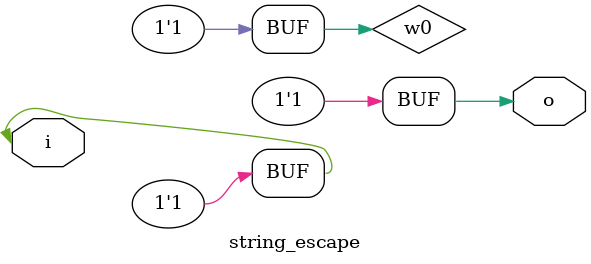
<source format=v>
`define ESCAPED_MACRO replaced

module string_escape (input i, output o);
  wire w0;
  assign w0 = i;
  assign o = w0;
  // Ensure macro is not expanded inside string and escaped quote path executes.
  assign o = "text with \\\" and `ESCAPED_MACRO inside";
endmodule

</source>
